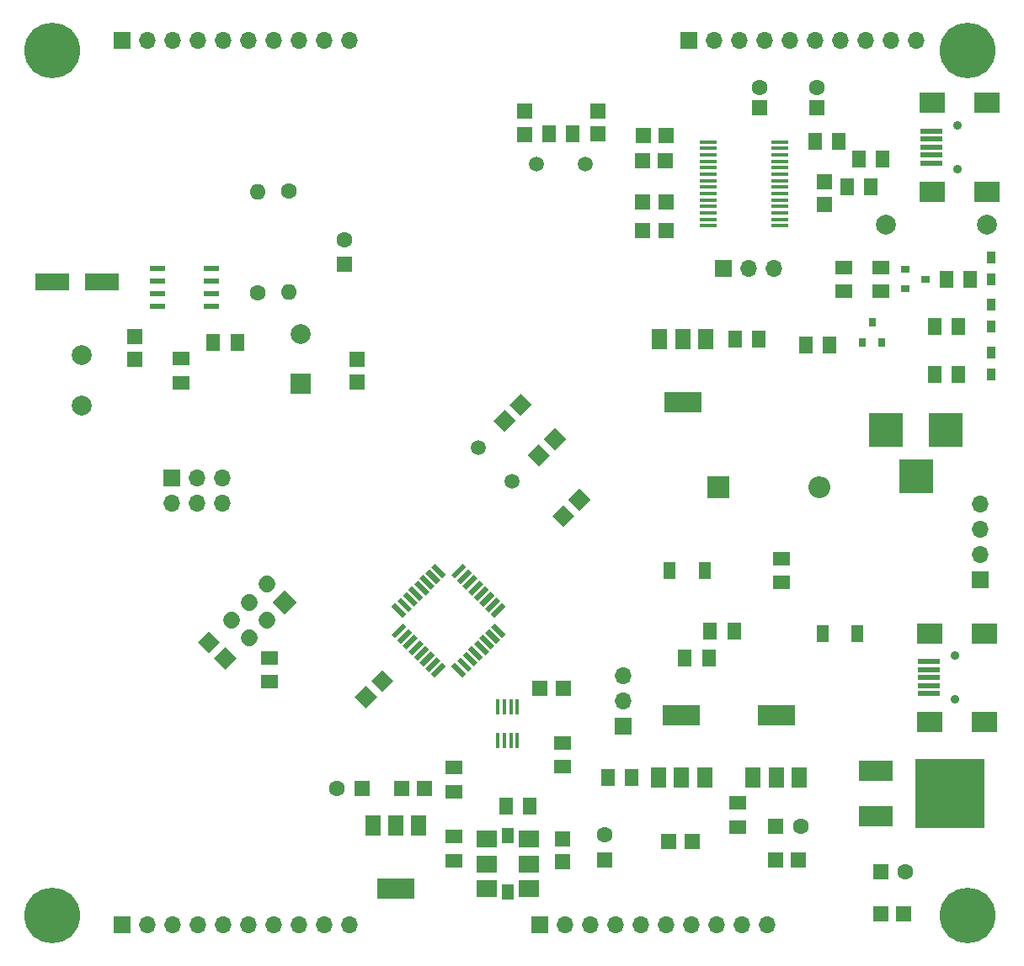
<source format=gts>
G04 #@! TF.FileFunction,Soldermask,Top*
%FSLAX46Y46*%
G04 Gerber Fmt 4.6, Leading zero omitted, Abs format (unit mm)*
G04 Created by KiCad (PCBNEW 4.0.7) date 07/03/20 06:06:01*
%MOMM*%
%LPD*%
G01*
G04 APERTURE LIST*
%ADD10C,0.100000*%
%ADD11C,1.600000*%
%ADD12O,1.600000X1.600000*%
%ADD13R,1.400000X1.700000*%
%ADD14R,2.000000X2.000000*%
%ADD15C,2.000000*%
%ADD16R,1.600000X1.600000*%
%ADD17R,3.500000X1.800000*%
%ADD18R,1.700000X1.400000*%
%ADD19R,1.550000X0.600000*%
%ADD20R,3.500000X2.000000*%
%ADD21R,7.000000X7.000000*%
%ADD22C,1.998980*%
%ADD23C,5.600000*%
%ADD24R,3.500000X3.500000*%
%ADD25R,1.700000X1.700000*%
%ADD26O,1.700000X1.700000*%
%ADD27R,3.800000X2.000000*%
%ADD28R,1.500000X2.000000*%
%ADD29R,1.750000X0.450000*%
%ADD30R,2.150000X1.700000*%
%ADD31R,1.300000X1.550000*%
%ADD32R,2.300000X0.500000*%
%ADD33R,2.500000X2.000000*%
%ADD34C,0.900000*%
%ADD35C,1.501140*%
%ADD36R,0.900000X1.200000*%
%ADD37R,0.900000X0.800000*%
%ADD38C,1.700000*%
%ADD39R,0.300000X1.600000*%
%ADD40R,2.200000X2.200000*%
%ADD41O,2.200000X2.200000*%
%ADD42R,1.300000X1.700000*%
%ADD43R,0.800000X0.900000*%
G04 APERTURE END LIST*
D10*
D11*
X139620000Y-68370000D03*
D12*
X139620000Y-58210000D03*
D13*
X135198000Y-73406000D03*
X137598000Y-73406000D03*
D10*
G36*
X135878198Y-103516827D02*
X134746827Y-104648198D01*
X133615456Y-103516827D01*
X134746827Y-102385456D01*
X135878198Y-103516827D01*
X135878198Y-103516827D01*
G37*
G36*
X137504544Y-105143173D02*
X136373173Y-106274544D01*
X135241802Y-105143173D01*
X136373173Y-104011802D01*
X137504544Y-105143173D01*
X137504544Y-105143173D01*
G37*
D14*
X143960000Y-77510000D03*
D15*
X143960000Y-72510000D03*
D16*
X127254000Y-75064000D03*
X127254000Y-72764000D03*
D17*
X124020000Y-67240000D03*
X119020000Y-67240000D03*
D11*
X142810000Y-58170000D03*
D12*
X142810000Y-68330000D03*
D18*
X131950000Y-77420000D03*
X131950000Y-75020000D03*
D19*
X129600000Y-65965000D03*
X129600000Y-67235000D03*
X129600000Y-68505000D03*
X129600000Y-69775000D03*
X135000000Y-69775000D03*
X135000000Y-68505000D03*
X135000000Y-67235000D03*
X135000000Y-65965000D03*
D20*
X201825000Y-116500000D03*
X201825000Y-121080000D03*
D21*
X209225000Y-118800000D03*
D16*
X178380000Y-59240000D03*
X180680000Y-59240000D03*
D13*
X171310000Y-52420000D03*
X168910000Y-52420000D03*
D16*
X173870000Y-50120000D03*
X173870000Y-52420000D03*
X166460000Y-50130000D03*
X166460000Y-52430000D03*
D22*
X121920000Y-74676000D03*
X121920000Y-79756000D03*
D23*
X211000000Y-44000000D03*
X119000000Y-44000000D03*
X119000000Y-131000000D03*
X211000000Y-131000000D03*
D22*
X213001260Y-61490000D03*
X202841260Y-61490000D03*
D10*
G36*
X172013173Y-90318198D02*
X170881802Y-89186827D01*
X172013173Y-88055456D01*
X173144544Y-89186827D01*
X172013173Y-90318198D01*
X172013173Y-90318198D01*
G37*
G36*
X170386827Y-91944544D02*
X169255456Y-90813173D01*
X170386827Y-89681802D01*
X171518198Y-90813173D01*
X170386827Y-91944544D01*
X170386827Y-91944544D01*
G37*
D24*
X202850000Y-82150000D03*
X208850000Y-82150000D03*
X205850000Y-86850000D03*
D16*
X196670000Y-59470000D03*
X196670000Y-57170000D03*
X195850000Y-49740000D03*
D11*
X195850000Y-47740000D03*
D16*
X178380000Y-62130000D03*
X180680000Y-62130000D03*
X178370000Y-55070000D03*
X180670000Y-55070000D03*
X178410000Y-52530000D03*
X180710000Y-52530000D03*
D10*
G36*
X150561827Y-107906802D02*
X151693198Y-109038173D01*
X150561827Y-110169544D01*
X149430456Y-109038173D01*
X150561827Y-107906802D01*
X150561827Y-107906802D01*
G37*
G36*
X152188173Y-106280456D02*
X153319544Y-107411827D01*
X152188173Y-108543198D01*
X151056802Y-107411827D01*
X152188173Y-106280456D01*
X152188173Y-106280456D01*
G37*
D16*
X148336000Y-65532000D03*
D11*
X148336000Y-63032000D03*
D16*
X190140000Y-49740000D03*
D11*
X190140000Y-47740000D03*
D25*
X183000000Y-43000000D03*
D26*
X185540000Y-43000000D03*
X188080000Y-43000000D03*
X190620000Y-43000000D03*
X193160000Y-43000000D03*
X195700000Y-43000000D03*
X198240000Y-43000000D03*
X200780000Y-43000000D03*
X203320000Y-43000000D03*
X205860000Y-43000000D03*
D25*
X168000000Y-132000000D03*
D26*
X170540000Y-132000000D03*
X173080000Y-132000000D03*
X175620000Y-132000000D03*
X178160000Y-132000000D03*
X180700000Y-132000000D03*
X183240000Y-132000000D03*
X185780000Y-132000000D03*
X188320000Y-132000000D03*
X190860000Y-132000000D03*
D25*
X126000000Y-132000000D03*
D26*
X128540000Y-132000000D03*
X131080000Y-132000000D03*
X133620000Y-132000000D03*
X136160000Y-132000000D03*
X138700000Y-132000000D03*
X141240000Y-132000000D03*
X143780000Y-132000000D03*
X146320000Y-132000000D03*
X148860000Y-132000000D03*
D25*
X126000000Y-43000000D03*
D26*
X128540000Y-43000000D03*
X131080000Y-43000000D03*
X133620000Y-43000000D03*
X136160000Y-43000000D03*
X138700000Y-43000000D03*
X141240000Y-43000000D03*
X143780000Y-43000000D03*
X146320000Y-43000000D03*
X148860000Y-43000000D03*
D13*
X195680000Y-53100000D03*
X198080000Y-53100000D03*
D27*
X153550000Y-128300000D03*
D28*
X153550000Y-122000000D03*
X151250000Y-122000000D03*
X155850000Y-122000000D03*
D29*
X192120000Y-61645000D03*
X192120000Y-60995000D03*
X192120000Y-60345000D03*
X192120000Y-59695000D03*
X192120000Y-59045000D03*
X192120000Y-58395000D03*
X192120000Y-57745000D03*
X192120000Y-57095000D03*
X192120000Y-56445000D03*
X192120000Y-55795000D03*
X192120000Y-55145000D03*
X192120000Y-54495000D03*
X192120000Y-53845000D03*
X192120000Y-53195000D03*
X184920000Y-53195000D03*
X184920000Y-53845000D03*
X184920000Y-54495000D03*
X184920000Y-55145000D03*
X184920000Y-55795000D03*
X184920000Y-56445000D03*
X184920000Y-57095000D03*
X184920000Y-57745000D03*
X184920000Y-58395000D03*
X184920000Y-59045000D03*
X184920000Y-59695000D03*
X184920000Y-60345000D03*
X184920000Y-60995000D03*
X184920000Y-61645000D03*
D30*
X162700000Y-123350000D03*
X162700000Y-125850000D03*
X162700000Y-128350000D03*
X166900000Y-128350000D03*
X166900000Y-125850000D03*
X166900000Y-123350000D03*
D31*
X164800000Y-123000000D03*
X164800000Y-128700000D03*
D27*
X191775000Y-110850000D03*
D28*
X191775000Y-117150000D03*
X194075000Y-117150000D03*
X189475000Y-117150000D03*
D27*
X182275000Y-110850000D03*
D28*
X182275000Y-117150000D03*
X184575000Y-117150000D03*
X179975000Y-117150000D03*
D27*
X182375000Y-79350000D03*
D28*
X182375000Y-73050000D03*
X180075000Y-73050000D03*
X184675000Y-73050000D03*
D32*
X207390000Y-55330000D03*
X207390000Y-54530000D03*
X207390000Y-53730000D03*
X207390000Y-52930000D03*
X207390000Y-52130000D03*
D33*
X207490000Y-58180000D03*
X212990000Y-58180000D03*
X207490000Y-49280000D03*
X212990000Y-49280000D03*
D34*
X209990000Y-55930000D03*
X209990000Y-51530000D03*
D32*
X207125000Y-108700000D03*
X207125000Y-107900000D03*
X207125000Y-107100000D03*
X207125000Y-106300000D03*
X207125000Y-105500000D03*
D33*
X207225000Y-111550000D03*
X212725000Y-111550000D03*
X207225000Y-102650000D03*
X212725000Y-102650000D03*
D34*
X209725000Y-109300000D03*
X209725000Y-104900000D03*
D35*
X172570940Y-55470000D03*
X167689060Y-55470000D03*
X165251005Y-87376005D03*
X161798995Y-83923995D03*
D13*
X201310000Y-57720000D03*
X198910000Y-57720000D03*
X202500000Y-54930000D03*
X200100000Y-54930000D03*
D25*
X186500000Y-65900000D03*
D26*
X189040000Y-65900000D03*
X191580000Y-65900000D03*
D36*
X213400000Y-64800000D03*
X213400000Y-67000000D03*
D18*
X202300000Y-68200000D03*
X202300000Y-65800000D03*
X198600000Y-65800000D03*
X198600000Y-68200000D03*
D13*
X208900000Y-67000000D03*
X211300000Y-67000000D03*
D37*
X204800000Y-66050000D03*
X204800000Y-67950000D03*
X206800000Y-67000000D03*
D10*
G36*
X164206334Y-99564555D02*
X164595243Y-99953464D01*
X163463872Y-101084835D01*
X163074963Y-100695926D01*
X164206334Y-99564555D01*
X164206334Y-99564555D01*
G37*
G36*
X163640648Y-98998870D02*
X164029557Y-99387779D01*
X162898186Y-100519150D01*
X162509277Y-100130241D01*
X163640648Y-98998870D01*
X163640648Y-98998870D01*
G37*
G36*
X163074963Y-98433184D02*
X163463872Y-98822093D01*
X162332501Y-99953464D01*
X161943592Y-99564555D01*
X163074963Y-98433184D01*
X163074963Y-98433184D01*
G37*
G36*
X162509278Y-97867499D02*
X162898187Y-98256408D01*
X161766816Y-99387779D01*
X161377907Y-98998870D01*
X162509278Y-97867499D01*
X162509278Y-97867499D01*
G37*
G36*
X161943592Y-97301813D02*
X162332501Y-97690722D01*
X161201130Y-98822093D01*
X160812221Y-98433184D01*
X161943592Y-97301813D01*
X161943592Y-97301813D01*
G37*
G36*
X161377907Y-96736128D02*
X161766816Y-97125037D01*
X160635445Y-98256408D01*
X160246536Y-97867499D01*
X161377907Y-96736128D01*
X161377907Y-96736128D01*
G37*
G36*
X160812221Y-96170443D02*
X161201130Y-96559352D01*
X160069759Y-97690723D01*
X159680850Y-97301814D01*
X160812221Y-96170443D01*
X160812221Y-96170443D01*
G37*
G36*
X160246536Y-95604757D02*
X160635445Y-95993666D01*
X159504074Y-97125037D01*
X159115165Y-96736128D01*
X160246536Y-95604757D01*
X160246536Y-95604757D01*
G37*
G36*
X157064555Y-95993666D02*
X157453464Y-95604757D01*
X158584835Y-96736128D01*
X158195926Y-97125037D01*
X157064555Y-95993666D01*
X157064555Y-95993666D01*
G37*
G36*
X156498870Y-96559352D02*
X156887779Y-96170443D01*
X158019150Y-97301814D01*
X157630241Y-97690723D01*
X156498870Y-96559352D01*
X156498870Y-96559352D01*
G37*
G36*
X155933184Y-97125037D02*
X156322093Y-96736128D01*
X157453464Y-97867499D01*
X157064555Y-98256408D01*
X155933184Y-97125037D01*
X155933184Y-97125037D01*
G37*
G36*
X155367499Y-97690722D02*
X155756408Y-97301813D01*
X156887779Y-98433184D01*
X156498870Y-98822093D01*
X155367499Y-97690722D01*
X155367499Y-97690722D01*
G37*
G36*
X154801813Y-98256408D02*
X155190722Y-97867499D01*
X156322093Y-98998870D01*
X155933184Y-99387779D01*
X154801813Y-98256408D01*
X154801813Y-98256408D01*
G37*
G36*
X154236128Y-98822093D02*
X154625037Y-98433184D01*
X155756408Y-99564555D01*
X155367499Y-99953464D01*
X154236128Y-98822093D01*
X154236128Y-98822093D01*
G37*
G36*
X153670443Y-99387779D02*
X154059352Y-98998870D01*
X155190723Y-100130241D01*
X154801814Y-100519150D01*
X153670443Y-99387779D01*
X153670443Y-99387779D01*
G37*
G36*
X153104757Y-99953464D02*
X153493666Y-99564555D01*
X154625037Y-100695926D01*
X154236128Y-101084835D01*
X153104757Y-99953464D01*
X153104757Y-99953464D01*
G37*
G36*
X154236128Y-101615165D02*
X154625037Y-102004074D01*
X153493666Y-103135445D01*
X153104757Y-102746536D01*
X154236128Y-101615165D01*
X154236128Y-101615165D01*
G37*
G36*
X154801814Y-102180850D02*
X155190723Y-102569759D01*
X154059352Y-103701130D01*
X153670443Y-103312221D01*
X154801814Y-102180850D01*
X154801814Y-102180850D01*
G37*
G36*
X155367499Y-102746536D02*
X155756408Y-103135445D01*
X154625037Y-104266816D01*
X154236128Y-103877907D01*
X155367499Y-102746536D01*
X155367499Y-102746536D01*
G37*
G36*
X155933184Y-103312221D02*
X156322093Y-103701130D01*
X155190722Y-104832501D01*
X154801813Y-104443592D01*
X155933184Y-103312221D01*
X155933184Y-103312221D01*
G37*
G36*
X156498870Y-103877907D02*
X156887779Y-104266816D01*
X155756408Y-105398187D01*
X155367499Y-105009278D01*
X156498870Y-103877907D01*
X156498870Y-103877907D01*
G37*
G36*
X157064555Y-104443592D02*
X157453464Y-104832501D01*
X156322093Y-105963872D01*
X155933184Y-105574963D01*
X157064555Y-104443592D01*
X157064555Y-104443592D01*
G37*
G36*
X157630241Y-105009277D02*
X158019150Y-105398186D01*
X156887779Y-106529557D01*
X156498870Y-106140648D01*
X157630241Y-105009277D01*
X157630241Y-105009277D01*
G37*
G36*
X158195926Y-105574963D02*
X158584835Y-105963872D01*
X157453464Y-107095243D01*
X157064555Y-106706334D01*
X158195926Y-105574963D01*
X158195926Y-105574963D01*
G37*
G36*
X159115165Y-105963872D02*
X159504074Y-105574963D01*
X160635445Y-106706334D01*
X160246536Y-107095243D01*
X159115165Y-105963872D01*
X159115165Y-105963872D01*
G37*
G36*
X159680850Y-105398186D02*
X160069759Y-105009277D01*
X161201130Y-106140648D01*
X160812221Y-106529557D01*
X159680850Y-105398186D01*
X159680850Y-105398186D01*
G37*
G36*
X160246536Y-104832501D02*
X160635445Y-104443592D01*
X161766816Y-105574963D01*
X161377907Y-105963872D01*
X160246536Y-104832501D01*
X160246536Y-104832501D01*
G37*
G36*
X160812221Y-104266816D02*
X161201130Y-103877907D01*
X162332501Y-105009278D01*
X161943592Y-105398187D01*
X160812221Y-104266816D01*
X160812221Y-104266816D01*
G37*
G36*
X161377907Y-103701130D02*
X161766816Y-103312221D01*
X162898187Y-104443592D01*
X162509278Y-104832501D01*
X161377907Y-103701130D01*
X161377907Y-103701130D01*
G37*
G36*
X161943592Y-103135445D02*
X162332501Y-102746536D01*
X163463872Y-103877907D01*
X163074963Y-104266816D01*
X161943592Y-103135445D01*
X161943592Y-103135445D01*
G37*
G36*
X162509277Y-102569759D02*
X162898186Y-102180850D01*
X164029557Y-103312221D01*
X163640648Y-103701130D01*
X162509277Y-102569759D01*
X162509277Y-102569759D01*
G37*
G36*
X163074963Y-102004074D02*
X163463872Y-101615165D01*
X164595243Y-102746536D01*
X164206334Y-103135445D01*
X163074963Y-102004074D01*
X163074963Y-102004074D01*
G37*
G36*
X143602082Y-99500000D02*
X142400000Y-100702082D01*
X141197918Y-99500000D01*
X142400000Y-98297918D01*
X143602082Y-99500000D01*
X143602082Y-99500000D01*
G37*
D38*
X140603949Y-97703949D02*
X140603949Y-97703949D01*
X140603949Y-101296051D02*
X140603949Y-101296051D01*
X138807898Y-99500000D02*
X138807898Y-99500000D01*
X138807898Y-103092102D02*
X138807898Y-103092102D01*
X137011846Y-101296051D02*
X137011846Y-101296051D01*
D25*
X131040000Y-87010000D03*
D26*
X131040000Y-89550000D03*
X133580000Y-87010000D03*
X133580000Y-89550000D03*
X136120000Y-87010000D03*
X136120000Y-89550000D03*
D13*
X182620000Y-105110000D03*
X185020000Y-105110000D03*
X185150000Y-102450000D03*
X187550000Y-102450000D03*
D18*
X192350000Y-95100000D03*
X192350000Y-97500000D03*
D10*
G36*
X169538173Y-84218198D02*
X168406802Y-83086827D01*
X169538173Y-81955456D01*
X170669544Y-83086827D01*
X169538173Y-84218198D01*
X169538173Y-84218198D01*
G37*
G36*
X167911827Y-85844544D02*
X166780456Y-84713173D01*
X167911827Y-83581802D01*
X169043198Y-84713173D01*
X167911827Y-85844544D01*
X167911827Y-85844544D01*
G37*
G36*
X166113173Y-80768198D02*
X164981802Y-79636827D01*
X166113173Y-78505456D01*
X167244544Y-79636827D01*
X166113173Y-80768198D01*
X166113173Y-80768198D01*
G37*
G36*
X164486827Y-82394544D02*
X163355456Y-81263173D01*
X164486827Y-80131802D01*
X165618198Y-81263173D01*
X164486827Y-82394544D01*
X164486827Y-82394544D01*
G37*
D39*
X165775000Y-110050000D03*
X165125000Y-110050000D03*
X164475000Y-110050000D03*
X163825000Y-110050000D03*
X163825000Y-113450000D03*
X164475000Y-113450000D03*
X165125000Y-113450000D03*
X165775000Y-113450000D03*
D16*
X156420000Y-118240000D03*
X154120000Y-118240000D03*
X170300000Y-125640000D03*
X170300000Y-123340000D03*
D18*
X170300000Y-116050000D03*
X170300000Y-113650000D03*
X159350000Y-118575000D03*
X159350000Y-116175000D03*
D13*
X167000000Y-120050000D03*
X164600000Y-120050000D03*
D18*
X159350000Y-123100000D03*
X159350000Y-125500000D03*
D16*
X170350000Y-108200000D03*
X168050000Y-108200000D03*
X150150000Y-118250000D03*
D11*
X147650000Y-118250000D03*
D40*
X185975000Y-87925000D03*
D41*
X196135000Y-87925000D03*
D16*
X191750000Y-122050000D03*
D11*
X194250000Y-122050000D03*
D16*
X174550000Y-125430000D03*
D11*
X174550000Y-122930000D03*
D16*
X202270000Y-126630000D03*
D11*
X204770000Y-126630000D03*
D16*
X194050000Y-125450000D03*
X191750000Y-125450000D03*
X183310000Y-123550000D03*
X181010000Y-123550000D03*
X204570000Y-130860000D03*
X202270000Y-130860000D03*
D18*
X187890000Y-119710000D03*
X187890000Y-122110000D03*
D13*
X177270000Y-117150000D03*
X174870000Y-117150000D03*
D42*
X184590000Y-96300000D03*
X181090000Y-96300000D03*
X196480000Y-102680000D03*
X199980000Y-102680000D03*
D16*
X149606000Y-75050000D03*
X149606000Y-77350000D03*
D36*
X213400000Y-69550000D03*
X213400000Y-71750000D03*
X213400000Y-74400000D03*
X213400000Y-76600000D03*
D13*
X194775000Y-73650000D03*
X197175000Y-73650000D03*
X207700000Y-76600000D03*
X210100000Y-76600000D03*
D18*
X140800000Y-107500000D03*
X140800000Y-105100000D03*
D25*
X212300000Y-97250000D03*
D26*
X212300000Y-94710000D03*
X212300000Y-92170000D03*
X212300000Y-89630000D03*
D25*
X176425000Y-111950000D03*
D26*
X176425000Y-109410000D03*
X176425000Y-106870000D03*
D13*
X187650000Y-73050000D03*
X190050000Y-73050000D03*
D43*
X200475000Y-73350000D03*
X202375000Y-73350000D03*
X201425000Y-71350000D03*
D13*
X207700000Y-71775000D03*
X210100000Y-71775000D03*
M02*

</source>
